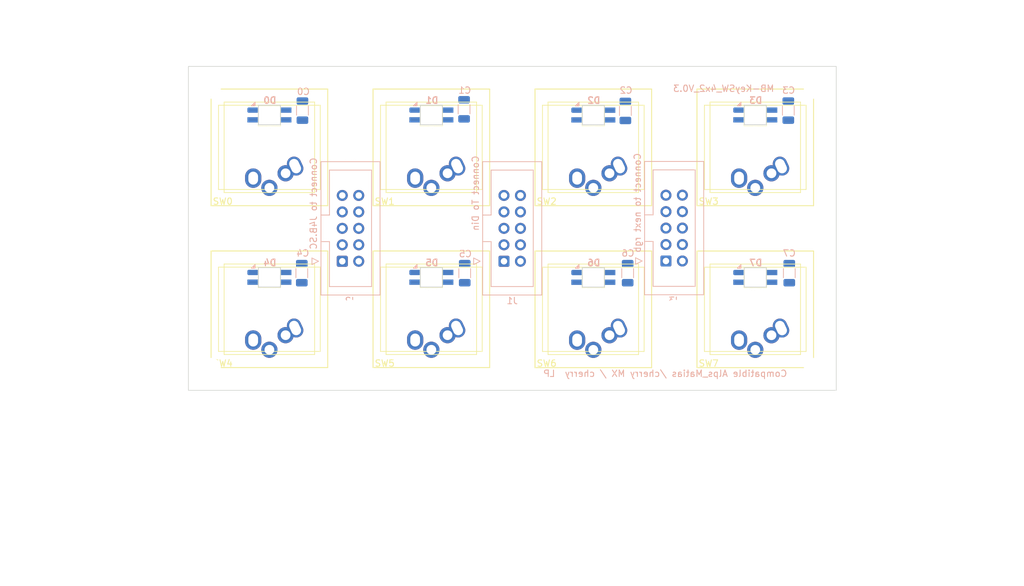
<source format=kicad_pcb>
(kicad_pcb (version 20240108) (generator "pcbnew") (generator_version "8.0")
  (layers (0 "F.Cu" signal "Dessus.Cu") (31 "B.Cu" signal "Dessous.Cu") (34 "B.Paste" user "Dessous.Pate") (35 "F.Paste" user "Dessus.Pate") (36 "B.SilkS" user "Dessous.SilkS") (37 "F.SilkS" user "Dessus.SilkS") (38 "B.Mask" user "Dessous.Masque") (39 "F.Mask" user "Dessus.Masque") (44 "Edge.Cuts" user "Contours.Ci"))
  (net 0 "")
  (net 1 "GND")
  (net 3 "Net-(D0-VDD)")
  (net 4 "Net-(D0-GND)")
  (net 5 "Net-(D1-GND)")
  (net 6 "Net-(D2-GND)")
  (net 7 "Net-(D3-GND)")
  (net 8 "Net-(D4-GND)")
  (net 9 "Net-(D5-GND)")
  (net 10 "Net-(D6-GND)")
  (net 11 "Net-(J1-D7)")
  (net 12 "Net-(J1-D6)")
  (net 13 "Net-(J1-D5)")
  (net 14 "Net-(J1-D4)")
  (net 15 "Net-(J1-D3)")
  (net 16 "Net-(J1-D2)")
  (net 17 "Net-(J1-D1)")
  (net 18 "+5V")
  (net 19 "Net-(J1-D0)")
  (net 34 "Net-(D7-GND)")
  (footprint "ksir 2022:SW_Alps_Matias_1.00u_cherry_LP" (layer "F.Cu") (at 98.5 199.5)
    (property "Reference" "SW1" (at -7.2 8.34 180) (layer "F.SilkS"))
    (property "Value" "CHERRY MX1B-52NA")
    (fp_line (start -9 -9) (end 9 -9) (stroke (width 0.1524)) (layer "F.SilkS"))
    (fp_line (start -9 9) (end -9 -9) (stroke (width 0.1524)) (layer "F.SilkS"))
    (fp_line (start -7.85 -6.5) (end -7.85 6.5) (stroke (width 0.12)) (layer "F.SilkS"))
    (fp_line (start -7.85 6.5) (end 7.85 6.5) (stroke (width 0.12)) (layer "F.SilkS"))
    (fp_line (start -6.985 -6.985) (end 6.985 -6.985) (stroke (width 0.12)) (layer "F.SilkS"))
    (fp_line (start -6.985 6.985) (end -6.985 -6.985) (stroke (width 0.12)) (layer "F.SilkS"))
    (fp_line (start 6.985 -6.985) (end 6.985 6.985) (stroke (width 0.12)) (layer "F.SilkS"))
    (fp_line (start 6.985 6.985) (end -6.985 6.985) (stroke (width 0.12)) (layer "F.SilkS"))
    (fp_line (start 7.85 -6.5) (end -7.85 -6.5) (stroke (width 0.12)) (layer "F.SilkS"))
    (fp_line (start 7.85 6.5) (end 7.85 -6.5) (stroke (width 0.12)) (layer "F.SilkS"))
    (fp_line (start 9 -9) (end 9 9) (stroke (width 0.1524)) (layer "F.SilkS"))
    (fp_line (start 9 9) (end -9 9) (stroke (width 0.1524)) (layer "F.SilkS"))
    (fp_rect (start -1.75 -6.4) (end 1.75 -3.3) (stroke (width 0.05)) (fill none) (layer "F.SilkS"))
    (pad "" np_thru_hole circle (at -5.08 0 180) (size 1.7 1.7) (drill 1.7) (layers "*.Cu" "*.Mask"))
    (pad "" np_thru_hole circle (at 0 0 180) (size 6.5 6.5) (drill 6.5) (layers "F&B.Cu" "*.Mask"))
    (pad "" np_thru_hole circle (at 0 3.7 180) (size 2.5 2.5) (drill 2.5) (layers "F&B.Cu" "*.Mask"))
    (pad "" np_thru_hole circle (at 5.08 0 180) (size 1.7 1.7) (drill 1.7) (layers "*.Cu" "*.Mask"))
    (pad "1" thru_hole oval (at -2.5 4.75 180) (size 2.5 3) (drill oval 1.5 2) (layers "*.Cu" "*.Mask") (net 17 "Net-(J1-D1)"))
    (pad "1" thru_hole circle (at 0 6.25 180) (size 2.5 2.5) (drill 1.5) (layers "*.Cu" "*.Mask") (net 17 "Net-(J1-D1)"))
    (pad "2" thru_hole circle (at 2.5 4 180) (size 2.5 2.5) (drill 1.5) (layers "*.Cu" "*.Mask") (net 1 "GND"))
    (pad "2" thru_hole oval (at 3.97 2.89 25) (size 2.2 3) (drill oval 1.5 2.3) (layers "*.Cu" "*.Mask") (net 1 "GND"))
  )
  (footprint "ksir 2022:SW_Alps_Matias_1.00u_cherry_LP" (layer "F.Cu") (at 123.5 224.5)
    (property "Reference" "SW6" (at -7.2 8.34 180) (layer "F.SilkS"))
    (property "Value" "CHERRY MX1B-52NA")
    (fp_line (start -9 -9) (end 9 -9) (stroke (width 0.1524)) (layer "F.SilkS"))
    (fp_line (start -9 9) (end -9 -9) (stroke (width 0.1524)) (layer "F.SilkS"))
    (fp_line (start -7.85 -6.5) (end -7.85 6.5) (stroke (width 0.12)) (layer "F.SilkS"))
    (fp_line (start -7.85 6.5) (end 7.85 6.5) (stroke (width 0.12)) (layer "F.SilkS"))
    (fp_line (start -6.985 -6.985) (end 6.985 -6.985) (stroke (width 0.12)) (layer "F.SilkS"))
    (fp_line (start -6.985 6.985) (end -6.985 -6.985) (stroke (width 0.12)) (layer "F.SilkS"))
    (fp_line (start 6.985 -6.985) (end 6.985 6.985) (stroke (width 0.12)) (layer "F.SilkS"))
    (fp_line (start 6.985 6.985) (end -6.985 6.985) (stroke (width 0.12)) (layer "F.SilkS"))
    (fp_line (start 7.85 -6.5) (end -7.85 -6.5) (stroke (width 0.12)) (layer "F.SilkS"))
    (fp_line (start 7.85 6.5) (end 7.85 -6.5) (stroke (width 0.12)) (layer "F.SilkS"))
    (fp_line (start 9 -9) (end 9 9) (stroke (width 0.1524)) (layer "F.SilkS"))
    (fp_line (start 9 9) (end -9 9) (stroke (width 0.1524)) (layer "F.SilkS"))
    (fp_rect (start -1.75 -6.4) (end 1.75 -3.3) (stroke (width 0.05)) (fill none) (layer "F.SilkS"))
    (pad "" np_thru_hole circle (at -5.08 0 180) (size 1.7 1.7) (drill 1.7) (layers "*.Cu" "*.Mask"))
    (pad "" np_thru_hole circle (at 0 0 180) (size 6.5 6.5) (drill 6.5) (layers "F&B.Cu" "*.Mask"))
    (pad "" np_thru_hole circle (at 0 3.7 180) (size 2.5 2.5) (drill 2.5) (layers "F&B.Cu" "*.Mask"))
    (pad "" np_thru_hole circle (at 5.08 0 180) (size 1.7 1.7) (drill 1.7) (layers "*.Cu" "*.Mask"))
    (pad "1" thru_hole oval (at -2.5 4.75 180) (size 2.5 3) (drill oval 1.5 2) (layers "*.Cu" "*.Mask") (net 1 "GND"))
    (pad "1" thru_hole circle (at 0 6.25 180) (size 2.5 2.5) (drill 1.5) (layers "*.Cu" "*.Mask") (net 1 "GND"))
    (pad "2" thru_hole circle (at 2.5 4 180) (size 2.5 2.5) (drill 1.5) (layers "*.Cu" "*.Mask") (net 12 "Net-(J1-D6)"))
    (pad "2" thru_hole oval (at 3.97 2.89 25) (size 2.2 3) (drill oval 1.5 2.3) (layers "*.Cu" "*.Mask") (net 12 "Net-(J1-D6)"))
  )
  (footprint "MountingHole:MountingHole_3mm" (layer "F.Cu") (at 86 199.5)
    (property "Reference" "H5" (hide yes))
    (property "Value" "MountingHole")
    (pad "" np_thru_hole circle (at 0 0) (size 3 3) (drill 3) (layers "*.Cu" "*.Mask"))
  )
  (footprint "ksir 2022:SW_Alps_Matias_1.00u_cherry_LP" (layer "F.Cu") (at 98.5 224.49)
    (property "Reference" "SW5" (at -7.2 8.34 180) (layer "F.SilkS"))
    (property "Value" "CHERRY MX1B-52NA")
    (fp_line (start -9 -9) (end 9 -9) (stroke (width 0.1524)) (layer "F.SilkS"))
    (fp_line (start -9 9) (end -9 -9) (stroke (width 0.1524)) (layer "F.SilkS"))
    (fp_line (start -7.85 -6.5) (end -7.85 6.5) (stroke (width 0.12)) (layer "F.SilkS"))
    (fp_line (start -7.85 6.5) (end 7.85 6.5) (stroke (width 0.12)) (layer "F.SilkS"))
    (fp_line (start -6.985 -6.985) (end 6.985 -6.985) (stroke (width 0.12)) (layer "F.SilkS"))
    (fp_line (start -6.985 6.985) (end -6.985 -6.985) (stroke (width 0.12)) (layer "F.SilkS"))
    (fp_line (start 6.985 -6.985) (end 6.985 6.985) (stroke (width 0.12)) (layer "F.SilkS"))
    (fp_line (start 6.985 6.985) (end -6.985 6.985) (stroke (width 0.12)) (layer "F.SilkS"))
    (fp_line (start 7.85 -6.5) (end -7.85 -6.5) (stroke (width 0.12)) (layer "F.SilkS"))
    (fp_line (start 7.85 6.5) (end 7.85 -6.5) (stroke (width 0.12)) (layer "F.SilkS"))
    (fp_line (start 9 -9) (end 9 9) (stroke (width 0.1524)) (layer "F.SilkS"))
    (fp_line (start 9 9) (end -9 9) (stroke (width 0.1524)) (layer "F.SilkS"))
    (fp_rect (start -1.75 -6.4) (end 1.75 -3.3) (stroke (width 0.05)) (fill none) (layer "F.SilkS"))
    (pad "" np_thru_hole circle (at -5.08 0 180) (size 1.7 1.7) (drill 1.7) (layers "*.Cu" "*.Mask"))
    (pad "" np_thru_hole circle (at 0 0 180) (size 6.5 6.5) (drill 6.5) (layers "F&B.Cu" "*.Mask"))
    (pad "" np_thru_hole circle (at 0 3.7 180) (size 2.5 2.5) (drill 2.5) (layers "F&B.Cu" "*.Mask"))
    (pad "" np_thru_hole circle (at 5.08 0 180) (size 1.7 1.7) (drill 1.7) (layers "*.Cu" "*.Mask"))
    (pad "1" thru_hole oval (at -2.5 4.75 180) (size 2.5 3) (drill oval 1.5 2) (layers "*.Cu" "*.Mask") (net 13 "Net-(J1-D5)"))
    (pad "1" thru_hole circle (at 0 6.25 180) (size 2.5 2.5) (drill 1.5) (layers "*.Cu" "*.Mask") (net 13 "Net-(J1-D5)"))
    (pad "2" thru_hole circle (at 2.5 4 180) (size 2.5 2.5) (drill 1.5) (layers "*.Cu" "*.Mask") (net 1 "GND"))
    (pad "2" thru_hole oval (at 3.97 2.89 25) (size 2.2 3) (drill oval 1.5 2.3) (layers "*.Cu" "*.Mask") (net 1 "GND"))
  )
  (footprint "MountingHole:MountingHole_3mm" (layer "F.Cu") (at 136 224.5)
    (property "Reference" "H8" (hide yes))
    (property "Value" "MountingHole")
    (pad "" np_thru_hole circle (at 0 0) (size 3 3) (drill 3) (layers "*.Cu" "*.Mask"))
  )
  (footprint "MountingHole:MountingHole_3mm" (layer "F.Cu") (at 136 199.5)
    (property "Reference" "H6" (hide yes))
    (property "Value" "MountingHole")
    (pad "" np_thru_hole circle (at 0 0) (size 3 3) (drill 3) (layers "*.Cu" "*.Mask"))
  )
  (footprint "MountingHole:MountingHole_3mm" (layer "F.Cu") (at 86 224.5)
    (property "Reference" "H7" (hide yes))
    (property "Value" "MountingHole")
    (pad "" np_thru_hole circle (at 0 0) (size 3 3) (drill 3) (layers "*.Cu" "*.Mask"))
  )
  (footprint "MountingHole:MountingHole_3mm" (layer "F.Cu") (at 64.5 190.5)
    (property "Reference" "H1" (hide yes))
    (property "Value" "MountingHole")
    (pad "" np_thru_hole circle (at 0 0) (size 3 3) (drill 3) (layers "*.Cu" "*.Mask"))
  )
  (footprint "ksir 2022:SW_Alps_Matias_1.00u_cherry_LP" (layer "F.Cu") (at 73.5 199.5)
    (property "Reference" "SW0" (at -7.2 8.34 180) (layer "F.SilkS"))
    (property "Value" "CHERRY MX1B-52NA")
    (fp_line (start -9 -9) (end 9 -9) (stroke (width 0.1524)) (layer "F.SilkS"))
    (fp_line (start -9 9) (end -9 -9) (stroke (width 0.1524)) (layer "F.SilkS"))
    (fp_line (start -7.85 -6.5) (end -7.85 6.5) (stroke (width 0.12)) (layer "F.SilkS"))
    (fp_line (start -7.85 6.5) (end 7.85 6.5) (stroke (width 0.12)) (layer "F.SilkS"))
    (fp_line (start -6.985 -6.985) (end 6.985 -6.985) (stroke (width 0.12)) (layer "F.SilkS"))
    (fp_line (start -6.985 6.985) (end -6.985 -6.985) (stroke (width 0.12)) (layer "F.SilkS"))
    (fp_line (start 6.985 -6.985) (end 6.985 6.985) (stroke (width 0.12)) (layer "F.SilkS"))
    (fp_line (start 6.985 6.985) (end -6.985 6.985) (stroke (width 0.12)) (layer "F.SilkS"))
    (fp_line (start 7.85 -6.5) (end -7.85 -6.5) (stroke (width 0.12)) (layer "F.SilkS"))
    (fp_line (start 7.85 6.5) (end 7.85 -6.5) (stroke (width 0.12)) (layer "F.SilkS"))
    (fp_line (start 9 -9) (end 9 9) (stroke (width 0.1524)) (layer "F.SilkS"))
    (fp_line (start 9 9) (end -9 9) (stroke (width 0.1524)) (layer "F.SilkS"))
    (fp_rect (start -1.75 -6.4) (end 1.75 -3.3) (stroke (width 0.05)) (fill none) (layer "F.SilkS"))
    (pad "" np_thru_hole circle (at -5.08 0 180) (size 1.7 1.7) (drill 1.7) (layers "*.Cu" "*.Mask"))
    (pad "" np_thru_hole circle (at 0 0 180) (size 6.5 6.5) (drill 6.5) (layers "F&B.Cu" "*.Mask"))
    (pad "" np_thru_hole circle (at 0 3.7 180) (size 2.5 2.5) (drill 2.5) (layers "F&B.Cu" "*.Mask"))
    (pad "" np_thru_hole circle (at 5.08 0 180) (size 1.7 1.7) (drill 1.7) (layers "*.Cu" "*.Mask"))
    (pad "1" thru_hole oval (at -2.5 4.75 180) (size 2.5 3) (drill oval 1.5 2) (layers "*.Cu" "*.Mask") (net 1 "GND"))
    (pad "1" thru_hole circle (at 0 6.25 180) (size 2.5 2.5) (drill 1.5) (layers "*.Cu" "*.Mask") (net 1 "GND"))
    (pad "2" thru_hole circle (at 2.5 4 180) (size 2.5 2.5) (drill 1.5) (layers "*.Cu" "*.Mask") (net 19 "Net-(J1-D0)"))
    (pad "2" thru_hole oval (at 3.97 2.89 25) (size 2.2 3) (drill oval 1.5 2.3) (layers "*.Cu" "*.Mask") (net 19 "Net-(J1-D0)"))
  )
  (footprint "ksir 2022:SW_Alps_Matias_1.00u_cherry_LP" (layer "F.Cu") (at 148.5 224.5)
    (property "Reference" "SW7" (at -7.2 8.34 180) (layer "F.SilkS"))
    (property "Value" "CHERRY MX1B-52NA")
    (fp_line (start -9 -9) (end 9 -9) (stroke (width 0.1524)) (layer "F.SilkS"))
    (fp_line (start -9 9) (end -9 -9) (stroke (width 0.1524)) (layer "F.SilkS"))
    (fp_line (start -7.85 -6.5) (end -7.85 6.5) (stroke (width 0.12)) (layer "F.SilkS"))
    (fp_line (start -7.85 6.5) (end 7.85 6.5) (stroke (width 0.12)) (layer "F.SilkS"))
    (fp_line (start -6.985 -6.985) (end 6.985 -6.985) (stroke (width 0.12)) (layer "F.SilkS"))
    (fp_line (start -6.985 6.985) (end -6.985 -6.985) (stroke (width 0.12)) (layer "F.SilkS"))
    (fp_line (start 6.985 -6.985) (end 6.985 6.985) (stroke (width 0.12)) (layer "F.SilkS"))
    (fp_line (start 6.985 6.985) (end -6.985 6.985) (stroke (width 0.12)) (layer "F.SilkS"))
    (fp_line (start 7.85 -6.5) (end -7.85 -6.5) (stroke (width 0.12)) (layer "F.SilkS"))
    (fp_line (start 7.85 6.5) (end 7.85 -6.5) (stroke (width 0.12)) (layer "F.SilkS"))
    (fp_line (start 9 -9) (end 9 9) (stroke (width 0.1524)) (layer "F.SilkS"))
    (fp_line (start 9 9) (end -9 9) (stroke (width 0.1524)) (layer "F.SilkS"))
    (fp_rect (start -1.75 -6.4) (end 1.75 -3.3) (stroke (width 0.05)) (fill none) (layer "F.SilkS"))
    (pad "" np_thru_hole circle (at -5.08 0 180) (size 1.7 1.7) (drill 1.7) (layers "*.Cu" "*.Mask"))
    (pad "" np_thru_hole circle (at 0 0 180) (size 6.5 6.5) (drill 6.5) (layers "F&B.Cu" "*.Mask"))
    (pad "" np_thru_hole circle (at 0 3.7 180) (size 2.5 2.5) (drill 2.5) (layers "F&B.Cu" "*.Mask"))
    (pad "" np_thru_hole circle (at 5.08 0 180) (size 1.7 1.7) (drill 1.7) (layers "*.Cu" "*.Mask"))
    (pad "1" thru_hole oval (at -2.5 4.75 180) (size 2.5 3) (drill oval 1.5 2) (layers "*.Cu" "*.Mask") (net 11 "Net-(J1-D7)"))
    (pad "1" thru_hole circle (at 0 6.25 180) (size 2.5 2.5) (drill 1.5) (layers "*.Cu" "*.Mask") (net 11 "Net-(J1-D7)"))
    (pad "2" thru_hole circle (at 2.5 4 180) (size 2.5 2.5) (drill 1.5) (layers "*.Cu" "*.Mask") (net 1 "GND"))
    (pad "2" thru_hole oval (at 3.97 2.89 25) (size 2.2 3) (drill oval 1.5 2.3) (layers "*.Cu" "*.Mask") (net 1 "GND"))
  )
  (footprint "ksir 2022:SW_Alps_Matias_1.00u_cherry_LP" (layer "F.Cu") (at 123.5 199.5)
    (property "Reference" "SW2" (at -7.2 8.34 180) (layer "F.SilkS"))
    (property "Value" "CHERRY MX1B-52NA")
    (fp_line (start -9 -9) (end 9 -9) (stroke (width 0.1524)) (layer "F.SilkS"))
    (fp_line (start -9 9) (end -9 -9) (stroke (width 0.1524)) (layer "F.SilkS"))
    (fp_line (start -7.85 -6.5) (end -7.85 6.5) (stroke (width 0.12)) (layer "F.SilkS"))
    (fp_line (start -7.85 6.5) (end 7.85 6.5) (stroke (width 0.12)) (layer "F.SilkS"))
    (fp_line (start -6.985 -6.985) (end 6.985 -6.985) (stroke (width 0.12)) (layer "F.SilkS"))
    (fp_line (start -6.985 6.985) (end -6.985 -6.985) (stroke (width 0.12)) (layer "F.SilkS"))
    (fp_line (start 6.985 -6.985) (end 6.985 6.985) (stroke (width 0.12)) (layer "F.SilkS"))
    (fp_line (start 6.985 6.985) (end -6.985 6.985) (stroke (width 0.12)) (layer "F.SilkS"))
    (fp_line (start 7.85 -6.5) (end -7.85 -6.5) (stroke (width 0.12)) (layer "F.SilkS"))
    (fp_line (start 7.85 6.5) (end 7.85 -6.5) (stroke (width 0.12)) (layer "F.SilkS"))
    (fp_line (start 9 -9) (end 9 9) (stroke (width 0.1524)) (layer "F.SilkS"))
    (fp_line (start 9 9) (end -9 9) (stroke (width 0.1524)) (layer "F.SilkS"))
    (fp_rect (start -1.75 -6.4) (end 1.75 -3.3) (stroke (width 0.05)) (fill none) (layer "F.SilkS"))
    (pad "" np_thru_hole circle (at -5.08 0 180) (size 1.7 1.7) (drill 1.7) (layers "*.Cu" "*.Mask"))
    (pad "" np_thru_hole circle (at 0 0 180) (size 6.5 6.5) (drill 6.5) (layers "F&B.Cu" "*.Mask"))
    (pad "" np_thru_hole circle (at 0 3.7 180) (size 2.5 2.5) (drill 2.5) (layers "F&B.Cu" "*.Mask"))
    (pad "" np_thru_hole circle (at 5.08 0 180) (size 1.7 1.7) (drill 1.7) (layers "*.Cu" "*.Mask"))
    (pad "1" thru_hole oval (at -2.5 4.75 180) (size 2.5 3) (drill oval 1.5 2) (layers "*.Cu" "*.Mask") (net 1 "GND"))
    (pad "1" thru_hole circle (at 0 6.25 180) (size 2.5 2.5) (drill 1.5) (layers "*.Cu" "*.Mask") (net 1 "GND"))
    (pad "2" thru_hole circle (at 2.5 4 180) (size 2.5 2.5) (drill 1.5) (layers "*.Cu" "*.Mask") (net 16 "Net-(J1-D2)"))
    (pad "2" thru_hole oval (at 3.97 2.89 25) (size 2.2 3) (drill oval 1.5 2.3) (layers "*.Cu" "*.Mask") (net 16 "Net-(J1-D2)"))
  )
  (footprint "MountingHole:MountingHole_3mm" (layer "F.Cu") (at 157.5 233.5)
    (property "Reference" "H3" (hide yes))
    (property "Value" "MountingHole")
    (pad "" np_thru_hole circle (at 0 0) (size 3 3) (drill 3) (layers "*.Cu" "*.Mask"))
  )
  (footprint "MountingHole:MountingHole_3mm" (layer "F.Cu") (at 157.5 190.5)
    (property "Reference" "H2" (hide yes))
    (property "Value" "MountingHole")
    (pad "" np_thru_hole circle (at 0 0) (size 3 3) (drill 3) (layers "*.Cu" "*.Mask"))
  )
  (footprint "ksir 2022:SW_Alps_Matias_1.00u_cherry_LP" (layer "F.Cu") (at 73.5 224.49)
    (property "Reference" "SW4" (at -7.2 8.34 180) (layer "F.SilkS"))
    (property "Value" "CHERRY MX1B-52NA")
    (fp_line (start -9 -9) (end 9 -9) (stroke (width 0.1524)) (layer "F.SilkS"))
    (fp_line (start -9 9) (end -9 -9) (stroke (width 0.1524)) (layer "F.SilkS"))
    (fp_line (start -7.85 -6.5) (end -7.85 6.5) (stroke (width 0.12)) (layer "F.SilkS"))
    (fp_line (start -7.85 6.5) (end 7.85 6.5) (stroke (width 0.12)) (layer "F.SilkS"))
    (fp_line (start -6.985 -6.985) (end 6.985 -6.985) (stroke (width 0.12)) (layer "F.SilkS"))
    (fp_line (start -6.985 6.985) (end -6.985 -6.985) (stroke (width 0.12)) (layer "F.SilkS"))
    (fp_line (start 6.985 -6.985) (end 6.985 6.985) (stroke (width 0.12)) (layer "F.SilkS"))
    (fp_line (start 6.985 6.985) (end -6.985 6.985) (stroke (width 0.12)) (layer "F.SilkS"))
    (fp_line (start 7.85 -6.5) (end -7.85 -6.5) (stroke (width 0.12)) (layer "F.SilkS"))
    (fp_line (start 7.85 6.5) (end 7.85 -6.5) (stroke (width 0.12)) (layer "F.SilkS"))
    (fp_line (start 9 -9) (end 9 9) (stroke (width 0.1524)) (layer "F.SilkS"))
    (fp_line (start 9 9) (end -9 9) (stroke (width 0.1524)) (layer "F.SilkS"))
    (fp_rect (start -1.75 -6.4) (end 1.75 -3.3) (stroke (width 0.05)) (fill none) (layer "F.SilkS"))
    (pad "" np_thru_hole circle (at -5.08 0 180) (size 1.7 1.7) (drill 1.7) (layers "*.Cu" "*.Mask"))
    (pad "" np_thru_hole circle (at 0 0 180) (size 6.5 6.5) (drill 6.5) (layers "F&B.Cu" "*.Mask"))
    (pad "" np_thru_hole circle (at 0 3.7 180) (size 2.5 2.5) (drill 2.5) (layers "F&B.Cu" "*.Mask"))
    (pad "" np_thru_hole circle (at 5.08 0 180) (size 1.7 1.7) (drill 1.7) (layers "*.Cu" "*.Mask"))
    (pad "1" thru_hole oval (at -2.5 4.75 180) (size 2.5 3) (drill oval 1.5 2) (layers "*.Cu" "*.Mask") (net 1 "GND"))
    (pad "1" thru_hole circle (at 0 6.25 180) (size 2.5 2.5) (drill 1.5) (layers "*.Cu" "*.Mask") (net 1 "GND"))
    (pad "2" thru_hole circle (at 2.5 4 180) (size 2.5 2.5) (drill 1.5) (layers "*.Cu" "*.Mask") (net 14 "Net-(J1-D4)"))
    (pad "2" thru_hole oval (at 3.97 2.89 25) (size 2.2 3) (drill oval 1.5 2.3) (layers "*.Cu" "*.Mask") (net 14 "Net-(J1-D4)"))
  )
  (footprint "ksir 2022:SW_Alps_Matias_1.00u_cherry_LP" (layer "F.Cu") (at 148.5 199.5)
    (property "Reference" "SW3" (at -7.2 8.34 180) (layer "F.SilkS"))
    (property "Value" "CHERRY MX1B-52NA")
    (fp_line (start -9 -9) (end 9 -9) (stroke (width 0.1524)) (layer "F.SilkS"))
    (fp_line (start -9 9) (end -9 -9) (stroke (width 0.1524)) (layer "F.SilkS"))
    (fp_line (start -7.85 -6.5) (end -7.85 6.5) (stroke (width 0.12)) (layer "F.SilkS"))
    (fp_line (start -7.85 6.5) (end 7.85 6.5) (stroke (width 0.12)) (layer "F.SilkS"))
    (fp_line (start -6.985 -6.985) (end 6.985 -6.985) (stroke (width 0.12)) (layer "F.SilkS"))
    (fp_line (start -6.985 6.985) (end -6.985 -6.985) (stroke (width 0.12)) (layer "F.SilkS"))
    (fp_line (start 6.985 -6.985) (end 6.985 6.985) (stroke (width 0.12)) (layer "F.SilkS"))
    (fp_line (start 6.985 6.985) (end -6.985 6.985) (stroke (width 0.12)) (layer "F.SilkS"))
    (fp_line (start 7.85 -6.5) (end -7.85 -6.5) (stroke (width 0.12)) (layer "F.SilkS"))
    (fp_line (start 7.85 6.5) (end 7.85 -6.5) (stroke (width 0.12)) (layer "F.SilkS"))
    (fp_line (start 9 -9) (end 9 9) (stroke (width 0.1524)) (layer "F.SilkS"))
    (fp_line (start 9 9) (end -9 9) (stroke (width 0.1524)) (layer "F.SilkS"))
    (fp_rect (start -1.75 -6.4) (end 1.75 -3.3) (stroke (width 0.05)) (fill none) (layer "F.SilkS"))
    (pad "" np_thru_hole circle (at -5.08 0 180) (size 1.7 1.7) (drill 1.7) (layers "*.Cu" "*.Mask"))
    (pad "" np_thru_hole circle (at 0 0 180) (size 6.5 6.5) (drill 6.5) (layers "F&B.Cu" "*.Mask"))
    (pad "" np_thru_hole circle (at 0 3.7 180) (size 2.5 2.5) (drill 2.5) (layers "F&B.Cu" "*.Mask"))
    (pad "" np_thru_hole circle (at 5.08 0 180) (size 1.7 1.7) (drill 1.7) (layers "*.Cu" "*.Mask"))
    (pad "1" thru_hole oval (at -2.5 4.75 180) (size 2.5 3) (drill oval 1.5 2) (layers "*.Cu" "*.Mask") (net 15 "Net-(J1-D3)"))
    (pad "1" thru_hole circle (at 0 6.25 180) (size 2.5 2.5) (drill 1.5) (layers "*.Cu" "*.Mask") (net 15 "Net-(J1-D3)"))
    (pad "2" thru_hole circle (at 2.5 4 180) (size 2.5 2.5) (drill 1.5) (layers "*.Cu" "*.Mask") (net 1 "GND"))
    (pad "2" thru_hole oval (at 3.97 2.89 25) (size 2.2 3) (drill oval 1.5 2.3) (layers "*.Cu" "*.Mask") (net 1 "GND"))
  )
  (footprint "MountingHole:MountingHole_3mm" (layer "F.Cu") (at 64.5 233.5)
    (property "Reference" "H4" (hide yes))
    (property "Value" "MountingHole")
    (pad "" np_thru_hole circle (at 0 0) (size 3 3) (drill 3) (layers "*.Cu" "*.Mask"))
  )
  (footprint "ksir 2022:SK6812-MINI-E" (layer "B.Cu") (at 148.5 219.57 180)
    (property "Reference" "D7" (at -0.08 2.25 0) (layer "B.SilkS") (effects (font (thickness 0.2) (bold yes)) (justify mirror)))
    (property "Value" "SK6812MINI-E" (hide yes))
    (fp_poly (pts (xy 2.8 1.4) (xy 2.2 1.4) (xy 2.2 2)) (stroke (width 0.1)) (fill solid) (layer "B.SilkS"))
    (fp_line (start 1.7 1.5) (end 1.7 -1.5) (stroke (width 0.12)) (layer "Edge.Cuts"))
    (fp_line (start 1.7 -1.5) (end -1.7 -1.5) (stroke (width 0.12)) (layer "Edge.Cuts"))
    (fp_line (start -1.7 1.5) (end 1.7 1.5) (stroke (width 0.12)) (layer "Edge.Cuts"))
    (fp_line (start -1.7 -1.5) (end -1.7 1.5) (stroke (width 0.12)) (layer "Edge.Cuts"))
    (pad "1" smd rect (at -2.55 -0.75 180) (size 1.7 0.82) (layers "B.Cu" "B.Paste" "B.Mask") (net 18 "+5V"))
    (pad "2" smd rect (at -2.55 0.75 180) (size 1.7 0.82) (layers "B.Cu" "B.Paste" "B.Mask") (net 34 "Net-(D7-GND)"))
    (pad "3" smd roundrect (at 2.55 0.75 180) (size 1.7 0.82) (layers "B.Cu" "B.Paste" "B.Mask") (net 1 "GND"))
    (pad "4" smd rect (at 2.55 -0.75 180) (size 1.7 0.82) (layers "B.Cu" "B.Paste" "B.Mask") (net 10 "Net-(D6-GND)"))
  )
  (footprint "ksir 2022:SK6812-MINI-E" (layer "B.Cu") (at 148.5 194.5 180)
    (property "Reference" "D3" (at -0.08 2.25 0) (layer "B.SilkS") (effects (font (thickness 0.2) (bold yes)) (justify mirror)))
    (property "Value" "SK6812MINI-E" (hide yes))
    (fp_poly (pts (xy 2.8 1.4) (xy 2.2 1.4) (xy 2.2 2)) (stroke (width 0.1)) (fill solid) (layer "B.SilkS"))
    (fp_line (start 1.7 1.5) (end 1.7 -1.5) (stroke (width 0.12)) (layer "Edge.Cuts"))
    (fp_line (start 1.7 -1.5) (end -1.7 -1.5) (stroke (width 0.12)) (layer "Edge.Cuts"))
    (fp_line (start -1.7 1.5) (end 1.7 1.5) (stroke (width 0.12)) (layer "Edge.Cuts"))
    (fp_line (start -1.7 -1.5) (end -1.7 1.5) (stroke (width 0.12)) (layer "Edge.Cuts"))
    (pad "1" smd rect (at -2.55 -0.75 180) (size 1.7 0.82) (layers "B.Cu" "B.Paste" "B.Mask") (net 18 "+5V"))
    (pad "2" smd rect (at -2.55 0.75 180) (size 1.7 0.82) (layers "B.Cu" "B.Paste" "B.Mask") (net 7 "Net-(D3-GND)"))
    (pad "3" smd roundrect (at 2.55 0.75 180) (size 1.7 0.82) (layers "B.Cu" "B.Paste" "B.Mask") (net 1 "GND"))
    (pad "4" smd rect (at 2.55 -0.75 180) (size 1.7 0.82) (layers "B.Cu" "B.Paste" "B.Mask") (net 6 "Net-(D2-GND)"))
  )
  (footprint "Capacitor_SMD:C_1206_3216Metric" (layer "B.Cu") (at 128.8 218.915 -90)
    (property "Reference" "C6" (at -3.075 -0.05 0) (layer "B.SilkS") (effects (justify mirror)))
    (property "Value" "100nf")
    (fp_line (start 0.711252 0.91) (end -0.711252 0.91) (stroke (width 0.12)) (layer "B.SilkS"))
    (fp_line (start 0.711252 -0.91) (end -0.711252 -0.91) (stroke (width 0.12)) (layer "B.SilkS"))
    (pad "1" smd roundrect (at -1.475 0 270) (size 1.15 1.8) (layers "B.Cu" "B.Paste" "B.Mask") (roundrect_rratio 0.217391) (net 1 "GND"))
    (pad "2" smd roundrect (at 1.475 0 270) (size 1.15 1.8) (layers "B.Cu" "B.Paste" "B.Mask") (roundrect_rratio 0.217391) (net 18 "+5V"))
  )
  (footprint "Capacitor_SMD:C_1206_3216Metric" (layer "B.Cu") (at 78.5 218.915 -90)
    (property "Reference" "C4" (at -3.075 -0.15 0) (layer "B.SilkS") (effects (justify mirror)))
    (property "Value" "100nf")
    (fp_line (start 0.711252 0.91) (end -0.711252 0.91) (stroke (width 0.12)) (layer "B.SilkS"))
    (fp_line (start 0.711252 -0.91) (end -0.711252 -0.91) (stroke (width 0.12)) (layer "B.SilkS"))
    (pad "1" smd roundrect (at -1.475 0 270) (size 1.15 1.8) (layers "B.Cu" "B.Paste" "B.Mask") (roundrect_rratio 0.217391) (net 1 "GND"))
    (pad "2" smd roundrect (at 1.475 0 270) (size 1.15 1.8) (layers "B.Cu" "B.Paste" "B.Mask") (roundrect_rratio 0.217391) (net 18 "+5V"))
  )
  (footprint "Connector_IDC:IDC-Header_2x05_P2.54mm_Vertical" (layer "B.Cu") (at 84.75 217.08)
    (property "Reference" "J2" (at 1.27 6.1 0) (layer "B.SilkS") (effects (justify mirror)))
    (property "Value" "IDC-Header_2x05_P2.54mm_Vertical")
    (fp_line (start -4.68 -0.5) (end -4.68 0.5) (stroke (width 0.12)) (layer "B.SilkS"))
    (fp_line (start -4.68 0.5) (end -3.68 0) (stroke (width 0.12)) (layer "B.SilkS"))
    (fp_line (start -3.68 0) (end -4.68 -0.5) (stroke (width 0.12)) (layer "B.SilkS"))
    (fp_line (start -3.29 -15.37) (end 5.83 -15.37) (stroke (width 0.12)) (layer "B.SilkS"))
    (fp_line (start -3.29 -7.13) (end -1.98 -7.13) (stroke (width 0.12)) (layer "B.SilkS"))
    (fp_line (start -3.29 5.21) (end -3.29 -15.37) (stroke (width 0.12)) (layer "B.SilkS"))
    (fp_line (start -1.98 -14.07) (end 4.52 -14.07) (stroke (width 0.12)) (layer "B.SilkS"))
    (fp_line (start -1.98 -7.13) (end -1.98 -14.07) (stroke (width 0.12)) (layer "B.SilkS"))
    (fp_line (start -1.98 -7.13) (end -1.98 -7.13) (stroke (width 0.12)) (layer "B.SilkS"))
    (fp_line (start -1.98 -3.03) (end -3.29 -3.03) (stroke (width 0.12)) (layer "B.SilkS"))
    (fp_line (start -1.98 3.91) (end -1.98 -3.03) (stroke (width 0.12)) (layer "B.SilkS"))
    (fp_line (start 4.52 -14.07) (end 4.52 3.91) (stroke (width 0.12)) (layer "B.SilkS"))
    (fp_line (start 4.52 3.91) (end -1.98 3.91) (stroke (width 0.12)) (layer "B.SilkS"))
    (fp_line (start 5.83 -15.37) (end 5.83 5.21) (stroke (width 0.12)) (layer "B.SilkS"))
    (fp_line (start 5.83 5.21) (end -3.29 5.21) (stroke (width 0.12)) (layer "B.SilkS"))
    (pad "1" thru_hole roundrect (at 0 0) (size 1.7 1.7) (drill 1) (layers "*.Cu" "*.Mask") (roundrect_rratio 0.147059) (net 1 "GND"))
    (pad "2" thru_hole circle (at 2.54 0) (size 1.7 1.7) (drill 1) (layers "*.Cu" "*.Mask"))
    (pad "3" thru_hole circle (at 0 -2.54) (size 1.7 1.7) (drill 1) (layers "*.Cu" "*.Mask"))
    (pad "4" thru_hole circle (at 2.54 -2.54) (size 1.7 1.7) (drill 1) (layers "*.Cu" "*.Mask"))
    (pad "5" thru_hole circle (at 0 -5.08) (size 1.7 1.7) (drill 1) (layers "*.Cu" "*.Mask"))
    (pad "6" thru_hole circle (at 2.54 -5.08) (size 1.7 1.7) (drill 1) (layers "*.Cu" "*.Mask") (net 3 "Net-(D0-VDD)"))
    (pad "7" thru_hole circle (at 0 -7.62) (size 1.7 1.7) (drill 1) (layers "*.Cu" "*.Mask"))
    (pad "8" thru_hole circle (at 2.54 -7.62) (size 1.7 1.7) (drill 1) (layers "*.Cu" "*.Mask"))
    (pad "9" thru_hole circle (at 0 -10.16) (size 1.7 1.7) (drill 1) (layers "*.Cu" "*.Mask"))
    (pad "10" thru_hole circle (at 2.54 -10.16) (size 1.7 1.7) (drill 1) (layers "*.Cu" "*.Mask") (net 18 "+5V"))
  )
  (footprint "ksir 2022:SK6812-MINI-E" (layer "B.Cu") (at 73.5 219.56 180)
    (property "Reference" "D4" (at -0.08 2.25 0) (layer "B.SilkS") (effects (font (thickness 0.2) (bold yes)) (justify mirror)))
    (property "Value" "SK6812MINI-E" (hide yes))
    (fp_poly (pts (xy 2.8 1.4) (xy 2.2 1.4) (xy 2.2 2)) (stroke (width 0.1)) (fill solid) (layer "B.SilkS"))
    (fp_line (start 1.7 1.5) (end 1.7 -1.5) (stroke (width 0.12)) (layer "Edge.Cuts"))
    (fp_line (start 1.7 -1.5) (end -1.7 -1.5) (stroke (width 0.12)) (layer "Edge.Cuts"))
    (fp_line (start -1.7 1.5) (end 1.7 1.5) (stroke (width 0.12)) (layer "Edge.Cuts"))
    (fp_line (start -1.7 -1.5) (end -1.7 1.5) (stroke (width 0.12)) (layer "Edge.Cuts"))
    (pad "1" smd rect (at -2.55 -0.75 180) (size 1.7 0.82) (layers "B.Cu" "B.Paste" "B.Mask") (net 18 "+5V"))
    (pad "2" smd rect (at -2.55 0.75 180) (size 1.7 0.82) (layers "B.Cu" "B.Paste" "B.Mask") (net 8 "Net-(D4-GND)"))
    (pad "3" smd roundrect (at 2.55 0.75 180) (size 1.7 0.82) (layers "B.Cu" "B.Paste" "B.Mask") (net 1 "GND"))
    (pad "4" smd rect (at 2.55 -0.75 180) (size 1.7 0.82) (layers "B.Cu" "B.Paste" "B.Mask") (net 7 "Net-(D3-GND)"))
  )
  (footprint "ksir 2022:SK6812-MINI-E" (layer "B.Cu") (at 123.5 194.51 180)
    (property "Reference" "D2" (at -0.08 2.25 0) (layer "B.SilkS") (effects (font (thickness 0.2) (bold yes)) (justify mirror)))
    (property "Value" "SK6812MINI-E" (hide yes))
    (fp_poly (pts (xy 2.8 1.4) (xy 2.2 1.4) (xy 2.2 2)) (stroke (width 0.1)) (fill solid) (layer "B.SilkS"))
    (fp_line (start 1.7 1.5) (end 1.7 -1.5) (stroke (width 0.12)) (layer "Edge.Cuts"))
    (fp_line (start 1.7 -1.5) (end -1.7 -1.5) (stroke (width 0.12)) (layer "Edge.Cuts"))
    (fp_line (start -1.7 1.5) (end 1.7 1.5) (stroke (width 0.12)) (layer "Edge.Cuts"))
    (fp_line (start -1.7 -1.5) (end -1.7 1.5) (stroke (width 0.12)) (layer "Edge.Cuts"))
    (pad "1" smd rect (at -2.55 -0.75 180) (size 1.7 0.82) (layers "B.Cu" "B.Paste" "B.Mask") (net 18 "+5V"))
    (pad "2" smd rect (at -2.55 0.75 180) (size 1.7 0.82) (layers "B.Cu" "B.Paste" "B.Mask") (net 6 "Net-(D2-GND)"))
    (pad "3" smd roundrect (at 2.55 0.75 180) (size 1.7 0.82) (layers "B.Cu" "B.Paste" "B.Mask") (net 1 "GND"))
    (pad "4" smd rect (at 2.55 -0.75 180) (size 1.7 0.82) (layers "B.Cu" "B.Paste" "B.Mask") (net 5 "Net-(D1-GND)"))
  )
  (footprint "Connector_IDC:IDC-Header_2x05_P2.54mm_Vertical" (layer "B.Cu") (at 109.71 217.08)
    (property "Reference" "J1" (at 1.27 6.1 0) (layer "B.SilkS") (effects (justify mirror)))
    (property "Value" "IDC-Header_2x05_P2.54mm_Vertical")
    (fp_line (start -4.68 -0.5) (end -4.68 0.5) (stroke (width 0.12)) (layer "B.SilkS"))
    (fp_line (start -4.68 0.5) (end -3.68 0) (stroke (width 0.12)) (layer "B.SilkS"))
    (fp_line (start -3.68 0) (end -4.68 -0.5) (stroke (width 0.12)) (layer "B.SilkS"))
    (fp_line (start -3.29 -15.37) (end 5.83 -15.37) (stroke (width 0.12)) (layer "B.SilkS"))
    (fp_line (start -3.29 -7.13) (end -1.98 -7.13) (stroke (width 0.12)) (layer "B.SilkS"))
    (fp_line (start -3.29 5.21) (end -3.29 -15.37) (stroke (width 0.12)) (layer "B.SilkS"))
    (fp_line (start -1.98 -14.07) (end 4.52 -14.07) (stroke (width 0.12)) (layer "B.SilkS"))
    (fp_line (start -1.98 -7.13) (end -1.98 -14.07) (stroke (width 0.12)) (layer "B.SilkS"))
    (fp_line (start -1.98 -7.13) (end -1.98 -7.13) (stroke (width 0.12)) (layer "B.SilkS"))
    (fp_line (start -1.98 -3.03) (end -3.29 -3.03) (stroke (width 0.12)) (layer "B.SilkS"))
    (fp_line (start -1.98 3.91) (end -1.98 -3.03) (stroke (width 0.12)) (layer "B.SilkS"))
    (fp_line (start 4.52 -14.07) (end 4.52 3.91) (stroke (width 0.12)) (layer "B.SilkS"))
    (fp_line (start 4.52 3.91) (end -1.98 3.91) (stroke (width 0.12)) (layer "B.SilkS"))
    (fp_line (start 5.83 -15.37) (end 5.83 5.21) (stroke (width 0.12)) (layer "B.SilkS"))
    (fp_line (start 5.83 5.21) (end -3.29 5.21) (stroke (width 0.12)) (layer "B.SilkS"))
    (pad "1" thru_hole roundrect (at 0 0) (size 1.7 1.7) (drill 1) (layers "*.Cu" "*.Mask") (roundrect_rratio 0.147059) (net 1 "GND"))
    (pad "2" thru_hole circle (at 2.54 0) (size 1.7 1.7) (drill 1) (layers "*.Cu" "*.Mask"))
    (pad "3" thru_hole circle (at 0 -2.54) (size 1.7 1.7) (drill 1) (layers "*.Cu" "*.Mask") (net 11 "Net-(J1-D7)"))
    (pad "4" thru_hole circle (at 2.54 -2.54) (size 1.7 1.7) (drill 1) (layers "*.Cu" "*.Mask") (net 12 "Net-(J1-D6)"))
    (pad "5" thru_hole circle (at 0 -5.08) (size 1.7 1.7) (drill 1) (layers "*.Cu" "*.Mask") (net 13 "Net-(J1-D5)"))
    (pad "6" thru_hole circle (at 2.54 -5.08) (size 1.7 1.7) (drill 1) (layers "*.Cu" "*.Mask") (net 14 "Net-(J1-D4)"))
    (pad "7" thru_hole circle (at 0 -7.62) (size 1.7 1.7) (drill 1) (layers "*.Cu" "*.Mask") (net 15 "Net-(J1-D3)"))
    (pad "8" thru_hole circle (at 2.54 -7.62) (size 1.7 1.7) (drill 1) (layers "*.Cu" "*.Mask") (net 16 "Net-(J1-D2)"))
    (pad "9" thru_hole circle (at 0 -10.16) (size 1.7 1.7) (drill 1) (layers "*.Cu" "*.Mask") (net 17 "Net-(J1-D1)"))
    (pad "10" thru_hole circle (at 2.54 -10.16) (size 1.7 1.7) (drill 1) (layers "*.Cu" "*.Mask") (net 19 "Net-(J1-D0)"))
  )
  (footprint "ksir 2022:SK6812-MINI-E" (layer "B.Cu") (at 123.5 219.57 180)
    (property "Reference" "D6" (at -0.08 2.25 0) (layer "B.SilkS") (effects (font (thickness 0.2) (bold yes)) (justify mirror)))
    (property "Value" "SK6812MINI-E" (hide yes))
    (fp_poly (pts (xy 2.8 1.4) (xy 2.2 1.4) (xy 2.2 2)) (stroke (width 0.1)) (fill solid) (layer "B.SilkS"))
    (fp_line (start 1.7 1.5) (end 1.7 -1.5) (stroke (width 0.12)) (layer "Edge.Cuts"))
    (fp_line (start 1.7 -1.5) (end -1.7 -1.5) (stroke (width 0.12)) (layer "Edge.Cuts"))
    (fp_line (start -1.7 1.5) (end 1.7 1.5) (stroke (width 0.12)) (layer "Edge.Cuts"))
    (fp_line (start -1.7 -1.5) (end -1.7 1.5) (stroke (width 0.12)) (layer "Edge.Cuts"))
    (pad "1" smd rect (at -2.55 -0.75 180) (size 1.7 0.82) (layers "B.Cu" "B.Paste" "B.Mask") (net 18 "+5V"))
    (pad "2" smd rect (at -2.55 0.75 180) (size 1.7 0.82) (layers "B.Cu" "B.Paste" "B.Mask") (net 10 "Net-(D6-GND)"))
    (pad "3" smd roundrect (at 2.55 0.75 180) (size 1.7 0.82) (layers "B.Cu" "B.Paste" "B.Mask") (net 1 "GND"))
    (pad "4" smd rect (at 2.55 -0.75 180) (size 1.7 0.82) (layers "B.Cu" "B.Paste" "B.Mask") (net 9 "Net-(D5-GND)"))
  )
  (footprint "Capacitor_SMD:C_1206_3216Metric" (layer "B.Cu") (at 153.6 193.825 -90)
    (property "Reference" "C3" (at -3.125 -0.05 0) (layer "B.SilkS") (effects (justify mirror)))
    (property "Value" "100nf")
    (fp_line (start 0.711252 0.91) (end -0.711252 0.91) (stroke (width 0.12)) (layer "B.SilkS"))
    (fp_line (start 0.711252 -0.91) (end -0.711252 -0.91) (stroke (width 0.12)) (layer "B.SilkS"))
    (pad "1" smd roundrect (at -1.475 0 270) (size 1.15 1.8) (layers "B.Cu" "B.Paste" "B.Mask") (roundrect_rratio 0.217391) (net 1 "GND"))
    (pad "2" smd roundrect (at 1.475 0 270) (size 1.15 1.8) (layers "B.Cu" "B.Paste" "B.Mask") (roundrect_rratio 0.217391) (net 18 "+5V"))
  )
  (footprint "Capacitor_SMD:C_1206_3216Metric" (layer "B.Cu") (at 103.65 218.915 -90)
    (property "Reference" "C5" (at -2.975 -0.1 0) (layer "B.SilkS") (effects (justify mirror)))
    (property "Value" "100nf")
    (fp_line (start 0.711252 0.91) (end -0.711252 0.91) (stroke (width 0.12)) (layer "B.SilkS"))
    (fp_line (start 0.711252 -0.91) (end -0.711252 -0.91) (stroke (width 0.12)) (layer "B.SilkS"))
    (pad "1" smd roundrect (at -1.475 0 270) (size 1.15 1.8) (layers "B.Cu" "B.Paste" "B.Mask") (roundrect_rratio 0.217391) (net 1 "GND"))
    (pad "2" smd roundrect (at 1.475 0 270) (size 1.15 1.8) (layers "B.Cu" "B.Paste" "B.Mask") (roundrect_rratio 0.217391) (net 18 "+5V"))
  )
  (footprint "ksir 2022:SK6812-MINI-E" (layer "B.Cu") (at 98.5 194.5 180)
    (property "Reference" "D1" (at -0.08 2.25 0) (layer "B.SilkS") (effects (font (thickness 0.2) (bold yes)) (justify mirror)))
    (property "Value" "SK6812MINI-E" (hide yes))
    (fp_poly (pts (xy 2.8 1.4) (xy 2.2 1.4) (xy 2.2 2)) (stroke (width 0.1)) (fill solid) (layer "B.SilkS"))
    (fp_line (start 1.7 1.5) (end 1.7 -1.5) (stroke (width 0.12)) (layer "Edge.Cuts"))
    (fp_line (start 1.7 -1.5) (end -1.7 -1.5) (stroke (width 0.12)) (layer "Edge.Cuts"))
    (fp_line (start -1.7 1.5) (end 1.7 1.5) (stroke (width 0.12)) (layer "Edge.Cuts"))
    (fp_line (start -1.7 -1.5) (end -1.7 1.5) (stroke (width 0.12)) (layer "Edge.Cuts"))
    (pad "1" smd rect (at -2.55 -0.75 180) (size 1.7 0.82) (layers "B.Cu" "B.Paste" "B.Mask") (net 18 "+5V"))
    (pad "2" smd rect (at -2.55 0.75 180) (size 1.7 0.82) (layers "B.Cu" "B.Paste" "B.Mask") (net 5 "Net-(D1-GND)"))
    (pad "3" smd roundrect (at 2.55 0.75 180) (size 1.7 0.82) (layers "B.Cu" "B.Paste" "B.Mask") (net 1 "GND"))
    (pad "4" smd rect (at 2.55 -0.75 180) (size 1.7 0.82) (layers "B.Cu" "B.Paste" "B.Mask") (net 4 "Net-(D0-GND)"))
  )
  (footprint "ksir 2022:SK6812-MINI-E" (layer "B.Cu") (at 73.5 194.5 180)
    (property "Reference" "D0" (at -0.08 2.25 0) (layer "B.SilkS") (effects (font (thickness 0.2) (bold yes)) (justify mirror)))
    (property "Value" "SK6812MINI-E" (hide yes))
    (fp_poly (pts (xy 2.8 1.4) (xy 2.2 1.4) (xy 2.2 2)) (stroke (width 0.1)) (fill solid) (layer "B.SilkS"))
    (fp_line (start 1.7 1.5) (end 1.7 -1.5) (stroke (width 0.12)) (layer "Edge.Cuts"))
    (fp_line (start 1.7 -1.5) (end -1.7 -1.5) (stroke (width 0.12)) (layer "Edge.Cuts"))
    (fp_line (start -1.7 1.5) (end 1.7 1.5) (stroke (width 0.12)) (layer "Edge.Cuts"))
    (fp_line (start -1.7 -1.5) (end -1.7 1.5) (stroke (width 0.12)) (layer "Edge.Cuts"))
    (pad "1" smd rect (at -2.55 -0.75 180) (size 1.7 0.82) (layers "B.Cu" "B.Paste" "B.Mask") (net 18 "+5V"))
    (pad "2" smd rect (at -2.55 0.75 180) (size 1.7 0.82) (layers "B.Cu" "B.Paste" "B.Mask") (net 4 "Net-(D0-GND)"))
    (pad "3" smd roundrect (at 2.55 0.75 180) (size 1.7 0.82) (layers "B.Cu" "B.Paste" "B.Mask") (net 1 "GND"))
    (pad "4" smd rect (at 2.55 -0.75 180) (size 1.7 0.82) (layers "B.Cu" "B.Paste" "B.Mask") (net 3 "Net-(D0-VDD)"))
  )
  (footprint "Capacitor_SMD:C_1206_3216Metric" (layer "B.Cu") (at 153.75 218.915 -90)
    (property "Reference" "C7" (at -3.075 0 0) (layer "B.SilkS") (effects (justify mirror)))
    (property "Value" "100nf")
    (fp_line (start 0.711252 0.91) (end -0.711252 0.91) (stroke (width 0.12)) (layer "B.SilkS"))
    (fp_line (start 0.711252 -0.91) (end -0.711252 -0.91) (stroke (width 0.12)) (layer "B.SilkS"))
    (pad "1" smd roundrect (at -1.475 0 270) (size 1.15 1.8) (layers "B.Cu" "B.Paste" "B.Mask") (roundrect_rratio 0.217391) (net 1 "GND"))
    (pad "2" smd roundrect (at 1.475 0 270) (size 1.15 1.8) (layers "B.Cu" "B.Paste" "B.Mask") (roundrect_rratio 0.217391) (net 18 "+5V"))
  )
  (footprint "Capacitor_SMD:C_1206_3216Metric" (layer "B.Cu") (at 78.6 193.825 -90)
    (property "Reference" "C0" (at -2.925 -0.15 180) (layer "B.SilkS") (effects (justify mirror)))
    (property "Value" "100nf")
    (fp_line (start 0.711252 0.91) (end -0.711252 0.91) (stroke (width 0.12)) (layer "B.SilkS"))
    (fp_line (start 0.711252 -0.91) (end -0.711252 -0.91) (stroke (width 0.12)) (layer "B.SilkS"))
    (pad "1" smd roundrect (at -1.475 0 270) (size 1.15 1.8) (layers "B.Cu" "B.Paste" "B.Mask") (roundrect_rratio 0.217391) (net 1 "GND"))
    (pad "2" smd roundrect (at 1.475 0 270) (size 1.15 1.8) (layers "B.Cu" "B.Paste" "B.Mask") (roundrect_rratio 0.217391) (net 18 "+5V"))
  )
  (footprint "Capacitor_SMD:C_1206_3216Metric" (layer "B.Cu") (at 103.55 193.625 -90)
    (property "Reference" "C1" (at -2.925 -0.1 0) (layer "B.SilkS") (effects (justify mirror)))
    (property "Value" "100nf")
    (fp_line (start 0.711252 0.91) (end -0.711252 0.91) (stroke (width 0.12)) (layer "B.SilkS"))
    (fp_line (start 0.711252 -0.91) (end -0.711252 -0.91) (stroke (width 0.12)) (layer "B.SilkS"))
    (pad "1" smd roundrect (at -1.475 0 270) (size 1.15 1.8) (layers "B.Cu" "B.Paste" "B.Mask") (roundrect_rratio 0.217391) (net 1 "GND"))
    (pad "2" smd roundrect (at 1.475 0 270) (size 1.15 1.8) (layers "B.Cu" "B.Paste" "B.Mask") (roundrect_rratio 0.217391) (net 18 "+5V"))
  )
  (footprint "ksir 2022:SK6812-MINI-E" (layer "B.Cu") (at 98.5 219.56 180)
    (property "Reference" "D5" (at -0.08 2.25 0) (layer "B.SilkS") (effects (font (thickness 0.2) (bold yes)) (justify mirror)))
    (property "Value" "SK6812MINI-E" (hide yes))
    (fp_poly (pts (xy 2.8 1.4) (xy 2.2 1.4) (xy 2.2 2)) (stroke (width 0.1)) (fill solid) (layer "B.SilkS"))
    (fp_line (start 1.7 1.5) (end 1.7 -1.5) (stroke (width 0.12)) (layer "Edge.Cuts"))
    (fp_line (start 1.7 -1.5) (end -1.7 -1.5) (stroke (width 0.12)) (layer "Edge.Cuts"))
    (fp_line (start -1.7 1.5) (end 1.7 1.5) (stroke (width 0.12)) (layer "Edge.Cuts"))
    (fp_line (start -1.7 -1.5) (end -1.7 1.5) (stroke (width 0.12)) (layer "Edge.Cuts"))
    (pad "1" smd rect (at -2.55 -0.75 180) (size 1.7 0.82) (layers "B.Cu" "B.Paste" "B.Mask") (net 18 "+5V"))
    (pad "2" smd rect (at -2.55 0.75 180) (size 1.7 0.82) (layers "B.Cu" "B.Paste" "B.Mask") (net 9 "Net-(D5-GND)"))
    (pad "3" smd roundrect (at 2.55 0.75 180) (size 1.7 0.82) (layers "B.Cu" "B.Paste" "B.Mask") (net 1 "GND"))
    (pad "4" smd rect (at 2.55 -0.75 180) (size 1.7 0.82) (layers "B.Cu" "B.Paste" "B.Mask") (net 8 "Net-(D4-GND)"))
  )
  (footprint "Connector_IDC:IDC-Header_2x05_P2.54mm_Vertical" (layer "B.Cu") (at 134.71 217.04)
    (property "Reference" "J3" (at 1.27 6.1 0) (layer "B.SilkS") (effects (justify mirror)))
    (property "Value" "IDC-Header_2x05_P2.54mm_Vertical")
    (fp_line (start -4.68 -0.5) (end -4.68 0.5) (stroke (width 0.12)) (layer "B.SilkS"))
    (fp_line (start -4.68 0.5) (end -3.68 0) (stroke (width 0.12)) (layer "B.SilkS"))
    (fp_line (start -3.68 0) (end -4.68 -0.5) (stroke (width 0.12)) (layer "B.SilkS"))
    (fp_line (start -3.29 -15.37) (end 5.83 -15.37) (stroke (width 0.12)) (layer "B.SilkS"))
    (fp_line (start -3.29 -7.13) (end -1.98 -7.13) (stroke (width 0.12)) (layer "B.SilkS"))
    (fp_line (start -3.29 5.21) (end -3.29 -15.37) (stroke (width 0.12)) (layer "B.SilkS"))
    (fp_line (start -1.98 -14.07) (end 4.52 -14.07) (stroke (width 0.12)) (layer "B.SilkS"))
    (fp_line (start -1.98 -7.13) (end -1.98 -14.07) (stroke (width 0.12)) (layer "B.SilkS"))
    (fp_line (start -1.98 -7.13) (end -1.98 -7.13) (stroke (width 0.12)) (layer "B.SilkS"))
    (fp_line (start -1.98 -3.03) (end -3.29 -3.03) (stroke (width 0.12)) (layer "B.SilkS"))
    (fp_line (start -1.98 3.91) (end -1.98 -3.03) (stroke (width 0.12)) (layer "B.SilkS"))
    (fp_line (start 4.52 -14.07) (end 4.52 3.91) (stroke (width 0.12)) (layer "B.SilkS"))
    (fp_line (start 4.52 3.91) (end -1.98 3.91) (stroke (width 0.12)) (layer "B.SilkS"))
    (fp_line (start 5.83 -15.37) (end 5.83 5.21) (stroke (width 0.12)) (layer "B.SilkS"))
    (fp_line (start 5.83 5.21) (end -3.29 5.21) (stroke (width 0.12)) (layer "B.SilkS"))
    (pad "1" thru_hole roundrect (at 0 0) (size 1.7 1.7) (drill 1) (layers "*.Cu" "*.Mask") (roundrect_rratio 0.147059) (net 1 "GND"))
    (pad "2" thru_hole circle (at 2.54 0) (size 1.7 1.7) (drill 1) (layers "*.Cu" "*.Mask"))
    (pad "3" thru_hole circle (at 0 -2.54) (size 1.7 1.7) (drill 1) (layers "*.Cu" "*.Mask"))
    (pad "4" thru_hole circle (at 2.54 -2.54) (size 1.7 1.7) (drill 1) (layers "*.Cu" "*.Mask"))
    (pad "5" thru_hole circle (at 0 -5.08) (size 1.7 1.7) (drill 1) (layers "*.Cu" "*.Mask"))
    (pad "6" thru_hole circle (at 2.54 -5.08) (size 1.7 1.7) (drill 1) (layers "*.Cu" "*.Mask") (net 34 "Net-(D7-GND)"))
    (pad "7" thru_hole circle (at 0 -7.62) (size 1.7 1.7) (drill 1) (layers "*.Cu" "*.Mask"))
    (pad "8" thru_hole circle (at 2.54 -7.62) (size 1.7 1.7) (drill 1) (layers "*.Cu" "*.Mask"))
    (pad "9" thru_hole circle (at 0 -10.16) (size 1.7 1.7) (drill 1) (layers "*.Cu" "*.Mask"))
    (pad "10" thru_hole circle (at 2.54 -10.16) (size 1.7 1.7) (drill 1) (layers "*.Cu" "*.Mask") (net 18 "+5V"))
  )
  (footprint "Capacitor_SMD:C_1206_3216Metric" (layer "B.Cu") (at 128.45 193.875 -90)
    (property "Reference" "C2" (at -3.175 -0.1 0) (layer "B.SilkS") (effects (justify mirror)))
    (property "Value" "100nf")
    (fp_line (start 0.711252 0.91) (end -0.711252 0.91) (stroke (width 0.12)) (layer "B.SilkS"))
    (fp_line (start 0.711252 -0.91) (end -0.711252 -0.91) (stroke (width 0.12)) (layer "B.SilkS"))
    (pad "1" smd roundrect (at -1.475 0 270) (size 1.15 1.8) (layers "B.Cu" "B.Paste" "B.Mask") (roundrect_rratio 0.217391) (net 1 "GND"))
    (pad "2" smd roundrect (at 1.475 0 270) (size 1.15 1.8) (layers "B.Cu" "B.Paste" "B.Mask") (roundrect_rratio 0.217391) (net 18 "+5V"))
  )
  (gr_poly (pts (xy 161 237) (xy 61 237) (xy 61 187) (xy 161 187)) (stroke (width 0.1)) (fill none) (layer "Edge.Cuts"))
  (gr_text "Connect to J4B.SC" (at 80.9 201 90) (layer "B.SilkS") (effects (font (size 1 1)) (justify left bottom mirror)))
  (gr_text "Compatible Alps_Matias /cherry MX / cherry  LP" (at 153.5 235 0) (layer "B.SilkS") (effects (font (size 1 1)) (justify left bottom mirror)))
  (gr_text "Connect to next rgb" (at 130.9 200.3 90) (layer "B.SilkS") (effects (font (size 1 1)) (justify left bottom mirror)))
  (gr_text "Connect To Din" (at 105.9 200.7 90) (layer "B.SilkS") (effects (font (size 1 1)) (justify left bottom mirror)))
  (gr_text "MB-KeySW_4x2_V0.3" (at 151.5 191 0) (layer "B.SilkS") (effects (font (size 1 1)) (justify left bottom mirror)))
)
</source>
